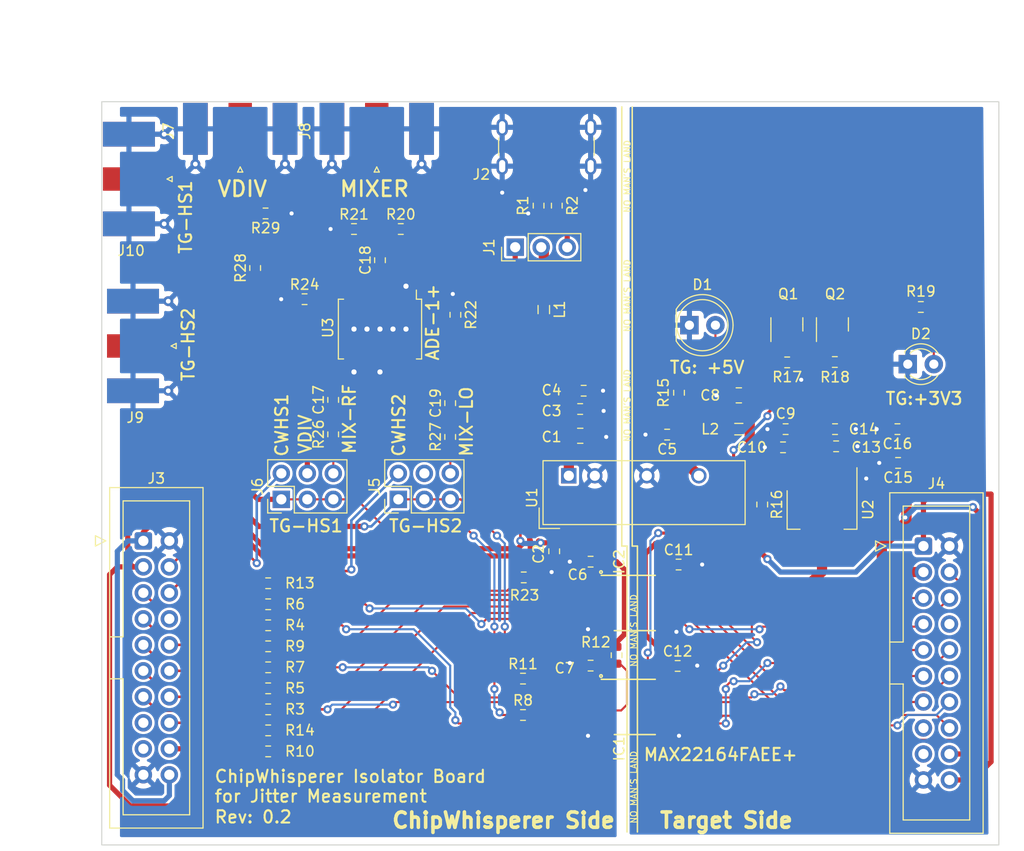
<source format=kicad_pcb>
(kicad_pcb (version 20240108) (generator "pcbnew") (generator_version "8.0")
  (layers (0 "F.Cu" signal) (31 "B.Cu" signal) (34 "B.Paste" user) (35 "F.Paste" user) (36 "B.SilkS" user "B.Silkscreen") (37 "F.SilkS" user "F.Silkscreen") (38 "B.Mask" user) (39 "F.Mask" user) (44 "Edge.Cuts" user))
  (net 0 "")
  (net 1 "Net-(U1-+Vin)")
  (net 2 "GND1")
  (net 3 "Net-(U1-+Vout)")
  (net 4 "GND2")
  (net 5 "Net-(U2-VI)")
  (net 6 "VCC")
  (net 7 "TG_+3V3")
  (net 8 "Net-(C17-Pad1)")
  (net 9 "Net-(U3-RF)")
  (net 10 "Net-(U3-IF)")
  (net 11 "Net-(J8-In)")
  (net 12 "Net-(C19-Pad1)")
  (net 13 "Net-(U3-LO)")
  (net 14 "Net-(D1-A)")
  (net 15 "Net-(D2-A)")
  (net 16 "/Isolators/CW_HS1")
  (net 17 "/Isolators/CW_nRST")
  (net 18 "/Isolators/CW_HS2")
  (net 19 "/Isolators/CW_MISO")
  (net 21 "/Isolators/CW_MOSI")
  (net 22 "/Isolators/CW_TIO1")
  (net 23 "/Isolators/CW_SCK")
  (net 24 "/Isolators/CW_TIO2")
  (net 25 "/Isolators/CW_CS")
  (net 26 "/Isolators/CW_TIO3")
  (net 28 "/Isolators/CW_TIO4")
  (net 30 "/Isolators/TG_HS1")
  (net 31 "/Isolators/TG_nRST")
  (net 32 "/Isolators/TG_HS2")
  (net 33 "/Isolators/TG_MISO")
  (net 35 "/Isolators/TG_MOSI")
  (net 36 "/Isolators/TG_TIO1")
  (net 37 "/Isolators/TG_SCK")
  (net 38 "/Isolators/TG_TIO2")
  (net 39 "/Isolators/TG_CS")
  (net 40 "/Isolators/TG_TIO3")
  (net 42 "/Isolators/TG_TIO4")
  (net 44 "Net-(J5-Pin_1)")
  (net 45 "Net-(J10-In)")
  (net 46 "Net-(J7-In)")
  (net 47 "Net-(J1-Pin_2)")
  (net 48 "Net-(Q1-D)")
  (net 49 "Net-(J2-CC2)")
  (net 50 "Net-(J2-CC1)")
  (net 51 "Net-(IC1-IN3)")
  (net 52 "Net-(IC1-OUT6)")
  (net 53 "Net-(IC2-IN3)")
  (net 54 "Net-(IC2-OUT6)")
  (net 55 "Net-(IC1-IN2)")
  (net 56 "Net-(IC1-OUT5)")
  (net 57 "Net-(IC2-IN2)")
  (net 58 "Net-(IC2-OUT5)")
  (net 59 "Net-(IC1-IN1)")
  (net 60 "Net-(IC1-IN4)")
  (net 61 "Net-(IC2-IN1)")
  (net 62 "Net-(IC2-IN4)")
  (net 63 "Net-(J1-Pin_3)")
  (net 64 "CW_+3V3")
  (net 65 "TG_EN")
  (net 66 "CW_+5V")
  (net 67 "TG_+5V")
  (net 68 "MIXER_LO")
  (net 69 "MIXER_RF")
  (net 70 "VDIV_RF")
  (footprint "Resistor_SMD:R_0603_1608Metric" (layer "F.Cu") (at 67.31 77.153 90)
    (property "Reference" "C17")
    (property "Value" "10n")
  )
  (footprint "Resistor_SMD:R_0603_1608Metric" (layer "F.Cu") (at 99.933334 80.544704 180)
    (property "Reference" "C5")
    (property "Value" "2u2")
  )
  (footprint "Resistor_SMD:R_0603_1608Metric" (layer "F.Cu") (at 60.96 107.398045)
    (property "Reference" "R3")
    (property "Value" "1R")
  )
  (footprint "Resistor_SMD:R_0603_1608Metric" (layer "F.Cu") (at 91.777629 76.254963)
    (property "Reference" "C4")
    (property "Value" "100n")
  )
  (footprint "Connector_Coaxial:SMA_Molex_73251-1153_EdgeMount_Horizontal" (layer "F.Cu") (at 71.566 52.382 -90)
    (property "Reference" "J8")
    (property "Value" "SMA")
  )
  (footprint "Resistor_SMD:R_0603_1608Metric" (layer "F.Cu") (at 60.96 105.344071)
    (property "Reference" "R5")
    (property "Value" "1R")
  )
  (footprint "Resistor_SMD:R_0603_1608Metric" (layer "F.Cu") (at 60.96 99.182149)
    (property "Reference" "R4")
    (property "Value" "1R")
  )
  (footprint "Resistor_SMD:R_0603_1608Metric" (layer "F.Cu") (at 122.491 83.312 180)
    (property "Reference" "C15")
    (property "Value" "2u2")
  )
  (footprint "Resistor_SMD:R_0603_1608Metric" (layer "F.Cu") (at 92.456 92.964 180)
    (property "Reference" "C6")
    (property "Value" "100n")
  )
  (footprint "Inductor_SMD:L_0805_2012Metric" (layer "F.Cu") (at 106.934 80.01)
    (property "Reference" "L2")
    (property "Value" "L")
  )
  (footprint "Resistor_SMD:R_0603_1608Metric" (layer "F.Cu") (at 64.516 67.31)
    (property "Reference" "R24")
    (property "Value" "DNM")
  )
  (footprint "Resistor_SMD:R_0603_1608Metric" (layer "F.Cu") (at 78.74 80.772 90)
    (property "Reference" "R27")
    (property "Value" "51R")
  )
  (footprint "Resistor_SMD:R_0603_1608Metric" (layer "F.Cu") (at 109.22 87.376 -90)
    (property "Reference" "R16")
    (property "Value" "DNM")
  )
  (footprint "Connector_Coaxial:SMA_Molex_73251-1153_EdgeMount_Horizontal" (layer "F.Cu") (at 58.228 52.382 -90)
    (property "Reference" "J7")
    (property "Value" "SMA")
  )
  (footprint "Resistor_SMD:R_0603_1608Metric" (layer "F.Cu") (at 69.342 60.452)
    (property "Reference" "R21")
    (property "Value" "DNM")
  )
  (footprint "Resistor_SMD:R_0603_1608Metric" (layer "F.Cu") (at 73.914 60.452)
    (property "Reference" "R20")
    (property "Value" "DNM")
  )
  (footprint "Resistor_SMD:R_0603_1608Metric" (layer "F.Cu") (at 124.714 68.072 180)
    (property "Reference" "R19")
    (property "Value" "1K")
  )
  (footprint "Resistor_SMD:R_0603_1608Metric" (layer "F.Cu") (at 78.74 77.47 90)
    (property "Reference" "C19")
    (property "Value" "10n")
  )
  (footprint "Resistor_SMD:R_0603_1608Metric" (layer "F.Cu") (at 79.248 68.834 90)
    (property "Reference" "R22")
    (property "Value" "DNM")
  )
  (footprint "Resistor_SMD:R_0603_1608Metric" (layer "F.Cu") (at 85.925 94.5)
    (property "Reference" "R23")
    (property "Value" "10K")
  )
  (footprint "Resistor_SMD:R_0603_1608Metric" (layer "F.Cu") (at 92.456 103.124 180)
    (property "Reference" "C7")
    (property "Value" "100n")
  )
  (footprint "Resistor_SMD:R_0603_1608Metric" (layer "F.Cu") (at 116.332 80.01)
    (property "Reference" "C14")
    (property "Value" "2u2")
  )
  (footprint "Resistor_SMD:R_0603_1608Metric" (layer "F.Cu") (at 101.092 76.454 -90)
    (property "Reference" "R15")
    (property "Value" "200R")
  )
  (footprint "Connector_Coaxial:SMA_Molex_73251-1153_EdgeMount_Horizontal" (layer "F.Cu") (at 49.08 55.564)
    (property "Reference" "J10")
    (property "Value" "SMA")
  )
  (footprint "Package_TO_SOT_SMD:SOT-23" (layer "F.Cu") (at 116.078 69.7715 90)
    (property "Reference" "Q2")
    (property "Value" "FDN340P")
  )
  (footprint "Capacitor_SMD:C_0805_2012Metric" (layer "F.Cu") (at 106.934 76.708 180)
    (property "Reference" "C8")
    (property "Value" "22u/16V")
  )
  (footprint "Resistor_SMD:R_0603_1608Metric" (layer "F.Cu") (at 111.656366 73.485621 180)
    (property "Reference" "R17")
    (property "Value" "10K")
  )
  (footprint "Resistor_SMD:R_0603_1608Metric" (layer "F.Cu") (at 60.96 103.290097)
    (property "Reference" "R7")
    (property "Value" "1R")
  )
  (footprint "Package_SO:SSOP-16_3.9x4.9mm_P0.635mm" (layer "F.Cu") (at 96.774 97.028)
    (property "Reference" "IC2")
    (property "Value" "MAX22164FAEE+T")
  )
  (footprint "Resistor_SMD:R_0603_1608Metric" (layer "F.Cu") (at 89.154 58.166 90)
    (property "Reference" "R2")
    (property "Value" "5K1")
  )
  (footprint "Connector_USB:USB_C_Receptacle_GCT_USB4125-xx-x_6P_TopMnt_Horizontal" (layer "F.Cu") (at 88.138 51.308 180)
    (property "Reference" "J2")
    (property "Value" "USB_C_Receptacle_PowerOnly_6P")
  )
  (footprint "Resistor_SMD:R_0603_1608Metric" (layer "F.Cu") (at 85.852 107.95)
    (property "Reference" "R8")
    (property "Value" "1R")
  )
  (footprint "Resistor_SMD:R_0603_1608Metric" (layer "F.Cu") (at 111.252 81.788 180)
    (property "Reference" "C10")
    (property "Value" "100n")
  )
  (footprint "Connector_IDC:IDC-Header_2x10_P2.54mm_Vertical" (layer "F.Cu") (at 48.768 90.932)
    (property "Reference" "J3")
    (property "Value" "Conn_02x10_Odd_Even")
  )
  (footprint "Resistor_SMD:R_0603_1608Metric" (layer "F.Cu") (at 60.96 109.452019)
    (property "Reference" "R14")
    (property "Value" "1R")
  )
  (footprint "LED_THT:LED_D5.0mm" (layer "F.Cu") (at 102.108 69.85)
    (property "Reference" "D1")
    (property "Value" "LED")
  )
  (footprint "Resistor_SMD:R_0603_1608Metric" (layer "F.Cu") (at 94.996 102.108 -90)
    (property "Reference" "R12")
    (property "Value" "1R")
  )
  (footprint "Resistor_SMD:R_0603_1608Metric" (layer "F.Cu") (at 87.376 58.166 90)
    (property "Reference" "R1")
    (property "Value" "5K1")
  )
  (footprint "Resistor_SMD:R_0603_1608Metric" (layer "F.Cu") (at 116.311551 73.448454)
    (property "Reference" "R18")
    (property "Value" "10K")
  )
  (footprint "Package_TO_SOT_SMD:SOT-223-3_TabPin2" (layer "F.Cu") (at 115.062 87.884 -90)
    (property "Reference" "U2")
    (property "Value" "LD1117S33TR_SOT223")
  )
  (footprint "Resistor_SMD:R_0603_1608Metric" (layer "F.Cu") (at 59.69 64.262 90)
    (property "Reference" "R28")
    (property "Value" "1K")
  )
  (footprint "Resistor_SMD:R_0603_1608Metric" (layer "F.Cu") (at 116.437392 81.6897)
    (property "Reference" "C13")
    (property "Value" "100n")
  )
  (footprint "Resistor_SMD:R_0603_1608Metric" (layer "F.Cu") (at 91.435073 78.043222)
    (property "Reference" "C3")
    (property "Value" "2u2")
  )
  (footprint "Resistor_SMD:R_0603_1608Metric" (layer "F.Cu") (at 88.9 91.948 -90)
    (property "Reference" "C2")
    (property "Value" "2u2")
  )
  (footprint "Resistor_SMD:R_0603_1608Metric" (layer "F.Cu") (at 71.882 63.5 90)
    (property "Reference" "C18")
    (property "Value" "10n")
  )
  (footprint "Resistor_SMD:R_0603_1608Metric" (layer "F.Cu") (at 60.96 111.506)
    (property "Reference" "R10")
    (property "Value" "1R")
  )
  (footprint "Resistor_SMD:R_0603_1608Metric" (layer "F.Cu") (at 67.31 80.518 90)
    (property "Reference" "R26")
    (property "Value" "51R")
  )
  (footprint "Connector_Coaxial:SMA_Molex_73251-1153_EdgeMount_Horizontal" (layer "F.Cu") (at 49.478 71.882)
    (property "Reference" "J9")
    (property "Value" "SMA")
  )
  (footprint "Converter_DCDC:Converter_DCDC_TRACO_TBA1-xxxxE_Single_THT" (layer "F.Cu") (at 90.3285 84.5675 90)
    (property "Reference" "U1")
    (property "Value" "TBA1-0511E")
  )
  (footprint "Connector_PinHeader_2.54mm:PinHeader_2x03_P2.54mm_Vertical" (layer "F.Cu") (at 73.675 86.873 90)
    (property "Reference" "J5")
    (property "Value" "Conn_02x03_Odd_Even")
  )
  (footprint "Connector_IDC:IDC-Header_2x10_P2.54mm_Vertical" (layer "F.Cu") (at 124.968 91.44)
    (property "Reference" "J4")
    (property "Value" "Conn_02x10_Odd_Even")
  )
  (footprint "Connector_PinHeader_2.54mm:PinHeader_1x03_P2.54mm_Vertical" (layer "F.Cu") (at 85.09 62.23 90)
    (property "Reference" "J1")
    (property "Value" "Conn_01x03")
  )
  (footprint "Resistor_SMD:R_0603_1608Metric" (layer "F.Cu") (at 60.96 97.128175)
    (property "Reference" "R6")
    (property "Value" "1R")
  )
  (footprint "Connector_PinHeader_2.54mm:PinHeader_2x03_P2.54mm_Vertical" (layer "F.Cu") (at 62.245 86.873 90)
    (property "Reference" "J6")
    (property "Value" "Conn_02x03_Odd_Even")
  )
  (footprint "RF_Mini-Circuits:Mini-Circuits_CD542_LandPatternPL-052" (layer "F.Cu") (at 71.882 70.231 -90)
    (property "Reference" "U3")
    (property "Value" "ADE-1+")
  )
  (footprint "LED_THT:LED_D3.0mm" (layer "F.Cu") (at 123.439 73.66)
    (property "Reference" "D2")
    (property "Value" "LED")
  )
  (footprint "Capacitor_SMD:C_0805_2012Metric" (layer "F.Cu") (at 91.444222 80.658703)
    (property "Reference" "C1")
    (property "Value" "22u/16V")
  )
  (footprint "Inductor_SMD:L_0805_2012Metric" (layer "F.Cu") (at 87.884 68.326 -90)
    (property "Reference" "L1")
    (property "Value" "L")
  )
  (footprint "Resistor_SMD:R_0603_1608Metric" (layer "F.Cu") (at 100.960882 103.155389)
    (property "Reference" "C12")
    (property "Value" "100n")
  )
  (footprint "Resistor_SMD:R_0603_1608Metric" (layer "F.Cu") (at 60.96 95.074201)
    (property "Reference" "R13")
    (property "Value" "1R")
  )
  (footprint "Resistor_SMD:R_0603_1608Metric" (layer "F.Cu") (at 122.428 80.01 180)
    (property "Reference" "C16")
    (property "Value" "100n")
  )
  (footprint "Package_TO_SOT_SMD:SOT-23" (layer "F.Cu") (at 111.628 69.7715 90)
    (property "Reference" "Q1")
    (property "Value" "BSS138")
  )
  (footprint "Resistor_SMD:R_0603_1608Metric" (layer "F.Cu") (at 101.051068 93.244663)
    (property "Reference" "C11")
    (property "Value" "100n")
  )
  (footprint "Resistor_SMD:R_0603_1608Metric" (layer "F.Cu") (at 85.852 104.394)
    (property "Reference" "R11")
    (property "Value" "1R")
  )
  (footprint "Resistor_SMD:R_0603_1608Metric" (layer "F.Cu") (at 60.706 58.928 180)
    (property "Reference" "R29")
    (property "Value" "100R")
  )
  (footprint "Resistor_SMD:R_0603_1608Metric" (layer "F.Cu") (at 111.506 80.01 180)
    (property "Reference" "C9")
    (property "Value" "2u2")
  )
  (footprint "Resistor_SMD:R_0603_1608Metric" (layer "F.Cu") (at 60.96 101.236123)
    (property "Reference" "R9")
    (property "Value" "1R")
  )
  (footprint "Package_SO:SSOP-16_3.9x4.9mm_P0.635mm" (layer "F.Cu") (at 96.774 107.188)
    (property "Reference" "IC1")
    (property "Value" "MAX22164FAEE+T")
  )
  (gr_line (start 96.012 117.856) (end 96.012 119.38) (stroke (width 0.15)) (layer "F.SilkS"))
  (gr_line (start 97.028 117.856) (end 97.028 119.38) (stroke (width 0.15)) (layer "F.SilkS"))
  (gr_line (start 96.52 91.44) (end 97.028 91.44) (stroke (width 0.15)) (layer "F.SilkS"))
  (gr_circle (center 93.472 104.14) (end 93.557273 104.231849) (stroke (width 0.15)) (fill none) (layer "F.SilkS"))
  (gr_line (start 97.028 91.44) (end 97.028 117.856) (stroke (width 0.15)) (layer "F.SilkS"))
  (gr_line (start 96.012 91.44) (end 96.012 117.856) (stroke (width 0.15)) (layer "F.SilkS"))
  (gr_line (start 96.52 48.514) (end 96.52 91.44) (stroke (width 0.15)) (layer "F.SilkS"))
  (gr_circle (center 93.472 93.98) (end 93.557273 94.071849) (stroke (width 0.15)) (fill none) (layer "F.SilkS"))
  (gr_line (start 95.504 91.44) (end 96.012 91.44) (stroke (width 0.15)) (layer "F.SilkS"))
  (gr_line (start 95.504 48.514) (end 95.504 91.44) (stroke (width 0.15)) (layer "F.SilkS"))
  (gr_rect (start 44.704 48.006) (end 132.334 120.65) (stroke (width 0.1)) (fill none) (layer "Edge.Cuts"))
  (gr_text "MIX-RF" (at 69.596 82.55 90) (layer "F.SilkS") (effects (font (size 1.2 1.2) (thickness 0.2) (bold yes)) (justify left bottom)))
  (gr_text "TG:+3V3" (at 121.158 77.724 0) (layer "F.SilkS") (effects (font (size 1.2 1.2) (thickness 0.2) (bold yes)) (justify left bottom)))
  (gr_text "NO MAN'S LAND        NO MAN'S LAND          NO MAN'S LAND" (at 96.386973 81.3167 90) (layer "F.SilkS") (effects (font (size 0.6 0.6) (thickness 0.1) (bold yes)) (justify left bottom)))
  (gr_text "TG-HS2" (at 53.848 75.438 90) (layer "F.SilkS") (effects (font (size 1.2 1.2) (thickness 0.2) (bold yes)) (justify left bottom)))
  (gr_text "Rev: 0.2" (at 55.626 118.618 0) (layer "F.SilkS") (effects (font (size 1.2 1.2) (thickness 0.2) (bold yes)) (justify left bottom)))
  (gr_text "MAX22164FAEE+\n" (at 97.536 112.522 0) (layer "F.SilkS") (effects (font (size 1.2 1.2) (thickness 0.2) (bold yes)) (justify left bottom)))
  (gr_text "MIX-LO" (at 81.026 82.804 90) (layer "F.SilkS") (effects (font (size 1.2 1.2) (thickness 0.2) (bold yes)) (justify left bottom)))
  (gr_text "TG-HS1" (at 53.594 62.992 90) (layer "F.SilkS") (effects (font (size 1.2 1.2) (thickness 0.2) (bold yes)) (justify left bottom)))
  (gr_text "TG-HS2" (at 72.644 90.17 0) (layer "F.SilkS") (effects (font (size 1.2 1.2) (thickness 0.2) (bold yes)) (justify left bottom)))
  (gr_text "ChipWhisperer Isolator Board\nfor Jitter Measurement" (at 55.626 116.586 0) (layer "F.SilkS") (effects (font (size 1.2 1.2) (thickness 0.2) (bold yes)) (justify left bottom)))
  (gr_text "VDIV" (at 65.278 82.55 90) (layer "F.SilkS") (effects (font (size 1.2 1.2) (thickness 0.2) (bold yes)) (justify left bottom)))
  (gr_text "TG-HS1" (at 60.96 90.17 0) (layer "F.SilkS") (effects (font (size 1.2 1.2) (thickness 0.2) (bold yes)) (justify left bottom)))
  (gr_text "Target Side" (at 99.06 119.126 0) (layer "F.SilkS") (effects (font (size 1.5 1.5) (thickness 0.35) (bold yes)) (justify left bottom)))
  (gr_text "ADE-1+" (at 77.724 73.406 90) (layer "F.SilkS") (effects (font (size 1.2 1.2) (thickness 0.2) (bold yes)) (justify left bottom)))
  (gr_text "ChipWhisperer Side" (at 72.898 119.126 0) (layer "F.SilkS") (effects (font (size 1.5 1.5) (thickness 0.35) (bold yes)) (justify left bottom)))
  (gr_text "CWHS1" (at 62.992 82.804 90) (layer "F.SilkS") (effects (font (size 1.2 1.2) (thickness 0.2) (bold yes)) (justify left bottom)))
  (gr_text "VDIV" (at 55.88 57.404 0) (layer "F.SilkS") (effects (font (size 1.5 1.5) (thickness 0.25) (bold yes)) (justify left bottom)))
  (gr_text "NO MAN'S LAND                  NO MAN'S LAND" (at 97.028 118.618 90) (layer "F.SilkS") (effects (font (size 0.6 0.6) (thickness 0.1) (bold yes)) (justify left bottom)))
  (gr_text "TG: +5V" (at 100.076 74.676 0) (layer "F.SilkS") (effects (font (size 1.2 1.2) (thickness 0.2) (bold yes)) (justify left bottom)))
  (gr_text "CWHS2" (at 74.422 82.804 90) (layer "F.SilkS") (effects (font (size 1.2 1.2) (thickness 0.2) (bold yes)) (justify left bottom)))
  (gr_text "MIXER" (at 67.818 57.404 0) (layer "F.SilkS") (effects (font (size 1.5 1.5) (thickness 0.25) (bold yes)) (justify left bottom)))
  (segment (start 90.3285 73.8185) (end 87.884 71.374) (width 1) (layer "F.Cu") (net 1))
  (segment (start 90.3285 84.5675) (end 90.3285 73.8185) (width 1) (layer "F.Cu") (net 1))
  (segment (start 87.884 71.374) (end 87.884 69.3885) (width 1) (layer "F.Cu") (net 1))
  (segment (start 89.154 58.991) (end 86.423 58.991) (width 0.25) (layer "F.Cu") (net 2))
  (segment (start 92.260073 78.043222) (end 93.537222 78.043222) (width 0.508) (layer "F.Cu") (net 2))
  (segment (start 85.388 54.388) (end 85.388 55.328) (width 0.508) (layer "F.Cu") (net 2))
  (segment (start 86.423 58.991) (end 86.36 58.928) (width 0.25) (layer "F.Cu") (net 2))
  (segment (start 79.248 67.056) (end 78.994 66.802) (width 0.508) (layer "F.Cu") (net 2))
  (segment (start 92.7735 109.4105) (end 92.202 109.982) (width 0.3048) (layer "F.Cu") (net 2))
  (segment (start 92.5195 99.2505) (end 92.202 99.568) (width 0.3048) (layer "F.Cu") (net 2))
  (segment (start 93.726 76.2) (end 93.671037 76.254963) (width 0.508) (layer "F.Cu") (net 2))
  (segment (start 90.424 103.124) (end 90.424 102.87) (width 0.508) (layer "F.Cu") (net 2))
  (segment (start 88.9 93.726) (end 88.646 93.98) (width 0.508) (layer "F.Cu") (net 2))
  (segment (start 91.631 92.964) (end 90.424 92.964) (width 0.508) (layer "F.Cu") (net 2))
  (segment (start 85.388 55.328) (end 83.82 56.896) (width 0.508) (layer "F.Cu") (net 2))
  (segment (start 93.866703 80.658703) (end 93.98 80.772) (width 0.508) (layer "F.Cu") (net 2))
  (segment (start 92.602629 76.254963) (end 93.671037 76.254963) (width 0.508) (layer "F.Cu") (net 2))
  (segment (start 94.174 109.4105) (end 92.7735 109.4105) (width 0.3048) (layer "F.Cu") (net 2))
  (segment (start 93.537222 78.043222) (end 93.726 78.232) (width 0.508) (layer "F.Cu") (net 2))
  (segment (start 79.248 68.009) (end 79.248 67.056) (width 0.508) (layer "F.Cu") (net 2))
  (segment (start 90.888 54.388) (end 90.888 55.582) (width 0.508) (layer "F.Cu") (net 2))
  (segment (start 91.631 103.124) (end 90.424 103.124) (width 0.508) (layer "F.Cu") (net 2))
  (segment (start 63.691 67.31) (end 62.23 67.31) (width 0.508) (layer "F.Cu") (net 2))
  (segment (start 94.174 99.2505) (end 92.5195 99.2505) (width 0.3048) (layer "F.Cu") (net 2))
  (segment (start 90.888 55.582) (end 91.948 56.642) (width 0.508) (layer "F.Cu") (net 2))
  (segment (start 61.531 58.928) (end 63.246 58.928) (width 0.508) (layer "F.Cu") (net 2))
  (segment (start 88.9 92.773) (end 88.9 93.726) (width 0.508) (layer "F.Cu") (net 2))
  (segment (start 92.394222 80.658703) (end 93.866703 80.658703) (width 0.508) (layer "F.Cu") (net 2))
  (segment (start 68.517 60.452) (end 67.056 60.452) (width 0.508) (layer "F.Cu") (net 2))
  (via (at 92.202 99.568) (size 0.8) (drill 0.4) (layers "F.Cu" "B.Cu") (net 2))
  (via (at 83.82 56.896) (size 0.8) (drill 0.4) (layers "F.Cu" "B.Cu") (net 2))
  (via (at 91.948 56.642) (size 0.8) (drill 0.4) (layers "F.Cu" "B.Cu") (net 2))
  (via (at 93.726 78.232) (size 0.8) (drill 0.4) (layers "F.Cu" "B.Cu") (net 2))
  (via (at 93.98 80.772) (size 0.8) (drill 0.4) (layers "F.Cu" "B.Cu") (net 2))
  (via (at 62.23 67.31) (size 0.8) (drill 0.4) (layers "F.Cu" "B.Cu") (net 2))
  (via (at 93.671037 76.254963) (size 0.8) (drill 0.4) (layers "F.Cu" "B.Cu") (net 2))
  (via (at 78.994 66.802) (size 0.8) (drill 0.4) (layers "F.Cu" "B.Cu") (net 2))
  (via (at 88.646 93.98) (size 0.8) (drill 0.4) (layers "F.Cu" "B.Cu") (net 2))
  (via (at 67.056 60.452) (size 0.8) (drill 0.4) (layers "F.Cu" "B.Cu") (net 2))
  (via (at 92.202 109.982) (size 0.8) (drill 0.4) (layers "F.Cu" "B.Cu") (net 2))
  (via (at 63.246 58.928) (size 0.8) (drill 0.4) (layers "F.Cu" "B.Cu") (net 2))
  (via (at 90.424 102.87) (size 0.8) (drill 0.4) (layers "F.Cu" "B.Cu") (net 2))
  (via (at 90.424 92.964) (size 0.8) (drill 0.4) (layers "F.Cu" "B.Cu") (net 2))
  (via (at 86.36 58.928) (size 0.8) (drill 0.4) (layers "F.Cu" "B.Cu") (net 2))
  (segment (start 101.092 77.279) (end 101.092 79.808962) (width 0.2032) (layer "F.Cu") (net 3))
  (segment (start 103.0285 84.5675) (end 101.265 82.804) (width 1) (layer "F.Cu") (net 3))
  (segment (start 105.8715 80.01) (end 101.293038 80.01) (width 1) (layer "F.Cu") (net 3))
  (segment (start 101.092 82.804) (end 100.758334 82.470334) (width 1) (layer "F.Cu") (net 3))
  (segment (start 101.092 79.808962) (end 101.293038 80.01) (width 0.2032) (layer "F.Cu") (net 3))
  (segment (start 101.293038 80.01) (end 100.758334 80.544704) (width 1) (layer "F.Cu") (net 3))
  (segment (start 100.758334 82.470334) (end 100.758334 80.544704) (width 1) (layer "F.Cu") (net 3))
  (segment (start 101.265 82.804) (end 101.092 82.804) (width 1) (layer "F.Cu") (net 3))
  (segment (start 119.278 84.734) (end 119.38 84.836) (width 0.508) (layer "F.Cu") (net 4))
  (segment (start 104.741738 76.708) (end 104.73485 76.714888) (width 0.508) (layer "F.Cu") (net 4))
  (segment (start 103.378 93.218) (end 103.351337 93.244663) (width 0.508) (layer "F.Cu") (net 4))
  (segment (start 100.5205 109.4105) (end 101.092 109.982) (width 0.3048) (layer "F.Cu") (net 4))
  (segment (start 101.785882 103.155389) (end 102.838611 103.155389) (width 0.508) (layer "F.Cu") (net 4))
  (segment (start 117.262392 81.6897) (end 118.5197 81.6897) (width 0.508) (layer "F.Cu") (net 4))
  (segment (start 102.838611 103.155389) (end 102.87 103.124) (width 0.508) (layer "F.Cu") (net 4))
  (segment (start 105.984 76.708) (end 104.741738 76.708) (width 0.508) (layer "F.Cu") (net 4))
  (segment (start 117.157 80.01) (end 118.364 80.01) (width 0.508) (layer "F.Cu") (net 4))
  (segment (start 110.681 80.01) (end 109.728 80.01) (width 0.508) (layer "F.Cu") (net 4))
  (segment (start 99.374 99.2505) (end 100.2665 99.2505) (width 0.3048) (layer "F.Cu") (net 4))
  (segment (start 99.374 109.4105) (end 100.5205 109.4105) (width 0.3048) (layer "F.Cu") (net 4))
  (segment (start 97.79 80.518) (end 97.816704 80.544704) (width 0.508) (layer "F.Cu") (net 4))
  (segment (start 118.618 81.788) (end 118.5197 81.6897) (width 0.508) (layer "F.Cu") (net 4))
  (segment (start 112.578 70.709) (end 112.578 74.732) (width 0.508) (layer "F.Cu") (net 4))
  (segment (start 117.362 84.734) (end 119.278 84.734) (width 0.508) (layer "F.Cu") (net 4))
  (segment (start 99.108334 80.544704) (end 97.816704 80.544704) (width 0.508) (layer "F.Cu") (net 4))
  (segment (start 121.603 80.01) (end 120.396 80.01) (width 0.508) (layer "F.Cu") (net 4))
  (segment (start 101.876068 93.244663) (end 103.351337 93.244663) (width 0.508) (layer "F.Cu") (net 4))
  (segment (start 110.427 81.788) (end 109.474 81.788) (width 0.508) (layer "F.Cu") (net 4))
  (segment (start 100.2665 99.2505) (end 100.838 99.822) (width 0.3048) (layer "F.Cu") (net 4))
  (segment (start 112.578 74.732) (end 113.03 75.184) (width 0.508) (layer "F.Cu") (net 4))
  (segment (start 121.666 83.312) (end 120.65 83.312) (width 0.508) (layer "F.Cu") (net 4))
  (via (at 100.838 99.822) (size 0.8) (drill 0.4) (layers "F.Cu" "B.Cu") (net 4))
  (via (at 97.816704 80.544704) (size 0.8) (drill 0.4) (layers "F.Cu" "B.Cu") (net 4))
  (via (at 118.5197 81.6897) (size 0.8) (drill 0.4) (layers "F.Cu" "B.Cu") (net 4))
  (via (at 118.364 80.01) (size 0.8) (drill 0.4) (layers "F.Cu" "B.Cu") (net 4))
  (via (at 120.65 83.312) (size 0.8) (drill 0.4) (layers "F.Cu" "B.Cu") (net 4))
  (via (at 102.87 103.124) (size 0.8) (drill 0.4) (layers "F.Cu" "B.Cu") (net 4))
  (via (at 109.474 81.788) (size 0.8) (drill 0.4) (layers "F.Cu" "B.Cu") (net 4))
  (via (at 120.396 80.01) (size 0.8) (drill 0.4) (layers "F.Cu" "B.Cu") (net 4))
  (via (at 119.38 84.836) (size 0.8) (drill 0.4) (layers "F.Cu" "B.Cu") (net 4))
  (via (at 101.092 109.982) (size 0.8) (drill 0.4) (layers "F.Cu" "B.Cu") (net 4))
  (via (at 113.03 75.184) (size 0.8) (drill 0.4) (layers "F.Cu" "B.Cu") (net 4))
  (via (at 109.728 80.01) (size 0.8) (drill 0.4) (layers "F.Cu" "B.Cu") (net 4))
  (via (at 103.351337 93.244663) (size 0.8) (drill 0.4) (layers "F.Cu" "B.Cu") (net 4))
  (via (at 104.73485 76.714888) (size 0.8) (drill 0.4) (layers "F.Cu" "B.Cu") (net 4))
  (segment (start 107.9965 76.8205) (end 107.884 76.708) (width 1) (layer "F.Cu") (net 5))
  (segment (start 112.331 84.303) (end 112.762 84.734) (width 0.508) (layer "F.Cu") (net 5))
  (segment (start 112.762 84.734) (end 109.372 84.734) (width 1) (layer "F.Cu") (net 5))
  (segment (start 107.9965 80.01) (end 107.9965 76.8205) (width 1) (layer "F.Cu") (net 5))
  (segment (start 107.9965 83.3585) (end 107.9965 80.01) (width 1) (layer "F.Cu") (net 5))
  (segment (start 109.22 86.551) (end 109.22 84.886) (width 0.508) (layer "F.Cu") (net 5))
  (segment (start 109.372 84.734) (end 107.9965 83.3585) (width 1) (layer "F.Cu") (net 5))
  (segment (start 112.331 80.01) (end 112.331 84.303) (width 0.508) (layer "F.Cu") (net 5))
  (segment (start 109.22 84.886) (end 109.372 84.734) (width 0.508) (layer "F.Cu") (net 5))
  (segment (start 100.226068 93.244663) (end 100.226068 91.543932) (width 0.508) (layer "F.Cu") (net 6))
  (segment (start 115.062 91.034) (end 115.062 84.376) (width 0.508) (layer "F.Cu") (net 6))
  (segment (start 99.06 103.155389) (end 99.06 101.346) (width 0.508) (layer "F.Cu") (net 6))
  (segment (start 104.394 91.186) (end 108.458 95.25) (width 1) (layer "F.Cu") (net 6))
  (segment (start 99.374 104.9655) (end 99.374 103.917271) (width 0.3048) (layer "F.Cu") (net 6))
  (segment (start 100.226068 91.543932) (end 100.584 91.186) (width 0.508) (layer "F.Cu") (net 6))
  (segment (start 115.507 83.931) (end 115.507 80.01) (width 0.508) (layer "F.Cu") (net 6))
  (segment (start 115.062 77.978) (end 117.028 76.012) (width 1) (layer "F.Cu") (net 6))
  (segment (start 99.06 101.346) (end 97.79 100.076) (width 0.508) (layer "F.Cu") (net 6))
  (segment (start 99.06 103.155389) (end 100.135882 103.155389) (width 0.508) (layer "F.Cu") (net 6))
  (segment (start 100.226068 93.244663) (end 99.795337 93.244663) (width 0.3048) (layer "F.Cu") (net 6))
  (segment (start 99.374 103.917271) (end 100.135882 103.155389) (width 0.3048) (layer "F.Cu") (net 6))
  (segment (start 115.062 84.376) (end 115.507 83.931) (width 0.508) (layer "F.Cu") (net 6))
  (segment (start 99.374 93.786) (end 99.374 94.8055) (width 0.3048) (layer "F.Cu") (net 6))
  (segment (start 99.795337 93.244663) (end 99.314 93.726) (width 0.3048) (layer "F.Cu") (net 6))
  (segment (start 98.806 91.186) (end 97.79 92.202) (width 0.508) (layer "F.Cu") (net 6))
  (segment (start 108.458 95.25) (end 113.75 95.25) (width 1) (layer "F.Cu") (net 6))
  (segment (start 115.062 93.938) (end 115.062 91.034) (width 1) (layer "F.Cu") (net 6))
  (segment (start 97.79 92.202) (end 97.79 100.076) (width 0.508) (layer "F.Cu") (net 6))
  (segment (start 100.584 91.186) (end 98.806 91.186) (width 0.508) (layer "F.Cu") (net 6))
  (segment (start 115.062 84.734) (end 115.062 77.978) (width 1) (layer "F.Cu") (net 6))
  (segment (start 99.314 93.726) (end 99.374 93.786) (width 0.3048) (layer "F.Cu") (net 6))
  (segment (start 113.75 95.25) (end 115.062 93.938) (width 1) (layer "F.Cu") (net 6))
  (segment (start 117.028 76.012) (end 117.028 70.709) (width 1) (layer "F.Cu") (net 6))
  (segment (start 100.584 91.186) (end 104.394 91.186) (width 1) (layer "F.Cu") (net 6))
  (segment (start 120.65 68.072) (end 120.65 75.438) (width 1) (layer "F.Cu") (net 7))
  (segment (start 120.65 75.438) (end 123.316 78.104) (width 1) (layer "F.Cu") (net 7))
  (segment (start 123.316 78.104) (end 123.316 83.312) (width 1) (layer "F.Cu") (net 7))
  (segment (start 120.904 91.44) (end 123.316 89.028) (width 1) (layer "F.Cu") (net 7))
  (segment (start 130.556 111.252) (end 130.556 88.392) (width 0.508) (layer "F.Cu") (net 7))
  (segment (start 121.412 93.98) (end 120.904 93.472) (width 1) (layer "F.Cu") (net 7))
  (segment (start 124.968 93.98) (end 121.412 93.98) (width 1) (layer "F.Cu") (net 7))
  (segment (start 130.556 88.392) (end 129.794 87.63) (width 0.508) (layer "F.Cu") (net 7))
  (segment (start 130.048 111.76) (end 130.556 111.252) (width 0.508) (layer "F.Cu") (net 7))
  (segment (start 127.508 111.76) (end 130.048 111.76) (width 0.508) (layer "F.Cu") (net 7))
  (segment (start 123.316 83.312) (end 123.316 89.028) (width 1) (layer "F.Cu") (net 7))
  (segment (start 116.84 68.072) (end 120.65 68.072) (width 1) (layer "F.Cu") (net 7))
  (segment (start 116.078 68.834) (end 116.84 68.072) (width 1) (layer "F.Cu") (net 7))
  (segment (start 120.904 91.44) (end 120.904 93.472) (width 1) (layer "F.Cu") (net 7))
  (segment (start 120.65 68.072) (end 123.889 68.072) (width 1) (layer "F.Cu") (net 7))
  (via (at 123.19 88.646) (size 0.8) (drill 0.4) (layers "F.Cu" "B.Cu") (net 7))
  (via (at 129.794 87.63) (size 0.8) (drill 0.4) (layers "F.Cu" "B.Cu") (net 7))
  (segment (start 129.794 87.63) (end 124.206 87.63) (width 0.508) (layer "B.Cu") (net 7))
  (segment (start 124.206 87.63) (end 123.19 88.646) (width 0.508) (layer "B.Cu") (net 7))
  (segment (start 67.31 79.693) (end 67.31 77.978) (width 0.508) (layer "F.Cu") (net 8))
  (segment (start 67.818 67.31) (end 68.072 67.564) (width 0.508) (layer "F.Cu") (net 9))
  (segment (start 65.341 67.31) (end 67.818 67.31) (width 0.508) (layer "F.Cu") (net 9))
  (segment (start 68.072 67.564) (end 68.199 67.691) (width 0.508) (layer "F.Cu") (net 9))
  (segment (start 68.199 67.691) (end 69.342 67.691) (width 0.508) (layer "F.Cu") (net 9))
  (segment (start 67.31 76.328) (end 67.31 68.326) (width 0.508) (layer "F.Cu") (net 9))
  (segment (start 67.31 68.326) (end 68.072 67.564) (width 0.508) (layer "F.Cu") (net 9))
  (segment (start 71.882 67.691) (end 71.882 64.325) (width 0.508) (layer "F.Cu") (net 10))
  (segment (start 71.882 50.978) (end 71.566 50.662) (width 0.508) (layer "F.Cu") (net 11))
  (segment (start 71.882 62.675) (end 71.882 50.978) (width 0.508) (layer "F.Cu") (net 11))
  (segment (start 73.089 60.452) (end 70.167 60.452) (width 0.508) (layer "F.Cu") (net 11))
  (segment (start 78.74 79.947) (end 78.74 78.295) (width 0.508) (layer "F.Cu") (net 12))
  (segment (start 78.74 76.645) (end 78.74 73.914) (width 0.508) (layer "F.Cu") (net 13))
  (segment (start 79.248 71.12) (end 77.597 72.771) (width 0.508) (layer "F.Cu") (net 13))
  (segment (start 79.248 69.659) (end 79.248 71.12) (width 0.508) (layer "F.Cu") (net 13))
  (segment (start 78.74 73.914) (end 77.597 72.771) (width 0.508) (layer "F.Cu") (net 13))
  (segment (start 77.597 72.771) (end 74.422 72.771) (width 0.508) (layer "F.Cu") (net 13))
  (segment (start 104.394 73.66) (end 104.648 73.406) (width 0.2032) (layer "F.Cu") (net 14))
  (segment (start 104.648 73.406) (end 104.648 69.85) (width 0.2032) (layer "F.Cu") (net 14))
  (segment (start 101.854 73.66) (end 104.394 73.66) (width 0.2032) (layer "F.Cu") (net 14))
  (segment (start 101.092 74.422) (end 101.854 73.66) (width 0.2032) (layer "F.Cu") (net 14))
  (segment (start 101.092 75.629) (end 101.092 74.422) (width 0.2032) (layer "F.Cu") (net 14))
  (segment (start 125.979 73.66) (end 125.979 68.512) (width 0.2032) (layer "F.Cu") (net 15))
  (segment (start 125.979 68.512) (end 125.539 68.072) (width 0.2032) (layer "F.Cu") (net 15))
  (segment (start 52.236 92.544) (end 59.283435 92.544) (width 0.25) (layer "F.Cu") (net 16))
  (segment (start 59.283435 92.544) (end 59.84459 93.105155) (width 0.25) (layer "F.Cu") (net 16))
  (segment (start 51.308 93.472) (end 52.236 92.544) (width 0.25) (layer "F.Cu") (net 16))
  (via (at 59.84459 93.105155) (size 0.8) (drill 0.4) (layers "F.Cu" "B.Cu") (net 16))
  (segment (start 62.245 84.333) (end 59.84459 86.73341) (width 0.25) (layer "B.Cu") (net 16))
  (segment (start 59.84459 86.73341) (end 59.84459 93.105155) (width 0.25) (layer "B.Cu") (net 16))
  (segment (start 52.832 97.282) (end 55.039799 95.074201) (width 0.25) (layer "F.Cu") (net 17))
  (segment (start 50.038 97.282) (end 52.832 97.282) (width 0.25) (layer "F.Cu") (net 17))
  (segment (start 48.768 96.012) (end 50.038 97.282) (width 0.25) (layer "F.Cu") (net 17))
  (segment (start 55.039799 95.074201) (end 60.135 95.074201) (width 0.25) (layer "F.Cu") (net 17))
  (segment (start 53.439845 93.880155) (end 68.933845 93.880155) (width 0.25) (layer "F.Cu") (net 18))
  (segment (start 51.308 96.012) (end 53.439845 93.880155) (width 0.25) (layer "F.Cu") (net 18))
  (segment (start 68.933845 93.880155) (end 69.088 93.726) (width 0.25) (layer "F.Cu") (net 18))
  (via (at 69.088 93.726) (size 0.8) (drill 0.4) (layers "F.Cu" "B.Cu") (net 18))
  (segment (start 73.675 84.333) (end 69.088 88.92) (width 0.25) (layer "B.Cu") (net 18))
  (segment (start 69.088 88.92) (end 69.088 93.726) (width 0.25) (layer "B.Cu") (net 18))
  (segment (start 53.086 99.822) (end 50.038 99.822) (width 0.25) (layer "F.Cu") (net 19))
  (segment (start 50.038 99.822) (end 48.768 98.552) (width 0.25) (layer "F.Cu") (net 19))
  (segment (start 55.779825 97.128175) (end 53.086 99.822) (width 0.25) (layer "F.Cu") (net 19))
  (segment (start 60.135 97.128175) (end 55.779825 97.128175) (width 0.25) (layer "F.Cu") (net 19))
  (segment (start 53.848 102.362) (end 50.038 102.362) (width 0.25) (layer "F.Cu") (net 21))
  (segment (start 50.038 102.362) (end 48.768 101.092) (width 0.25) (layer "F.Cu") (net 21))
  (segment (start 54.973877 101.236123) (end 53.848 102.362) (width 0.25) (layer "F.Cu") (net 21))
  (segment (start 60.135 101.236123) (end 54.973877 101.236123) (width 0.25) (layer "F.Cu") (net 21))
  (segment (start 55.249851 99.182149) (end 53.34 101.092) (width 0.25) (layer "F.Cu") (net 22))
  (segment (start 60.135 99.182149) (end 55.249851 99.182149) (width 0.25) (layer "F.Cu") (net 22))
  (segment (start 53.34 101.092) (end 51.308 101.092) (width 0.25) (layer "F.Cu") (net 22))
  (segment (start 50.038 104.902) (end 48.768 103.632) (width 0.25) (layer "F.Cu") (net 23))
  (segment (start 52.578 104.902) (end 50.038 104.902) (width 0.25) (layer "F.Cu") (net 23))
  (segment (start 60.135 105.344071) (end 53.020071 105.344071) (width 0.25) (layer "F.Cu") (net 23))
  (segment (start 53.020071 105.344071) (end 52.578 104.902) (width 0.25) (layer "F.Cu") (net 23))
  (segment (start 54.61 103.632) (end 51.308 103.632) (width 0.25) (layer "F.Cu") (net 24))
  (segment (start 54.951903 103.290097) (end 54.61 103.632) (width 0.25) (layer "F.Cu") (net 24))
  (segment (start 60.135 103.290097) (end 54.951903 103.290097) (width 0.25) (layer "F.Cu") (net 24))
  (segment (start 55.721 107.537) (end 50.133 107.537) (width 0.25) (layer "F.Cu") (net 25))
  (segment (start 60.135 109.452019) (end 57.636019 109.452019) (width 0.25) (layer "F.Cu") (net 25))
  (segment (start 57.636019 109.452019) (end 55.721 107.537) (width 0.25) (layer "F.Cu") (net 25))
  (segment (start 50.133 107.537) (end 48.768 106.172) (width 0.25) (layer "F.Cu") (net 25))
  (segment (start 60.135 107.398045) (end 57.106045 107.398045) (width 0.25) (layer "F.Cu") (net 26))
  (segment (start 55.88 106.172) (end 51.308 106.172) (width 0.25) (layer "F.Cu") (net 26))
  (segment (start 57.106045 107.398045) (end 55.88 106.172) (width 0.25) (layer "F.Cu") (net 26))
  (segment (start 58.166 111.506) (end 55.372 108.712) (width 0.25) (layer "F.Cu") (net 28))
  (segment (start 55.372 108.712) (end 51.308 108.712) (width 0.25) (layer "F.Cu") (net 28))
  (segment (start 60.135 111.506) (end 58.166 111.506) (width 0.25) (layer "F.Cu") (net 28))
  (segment (start 99.374 108.1405) (end 99.4271 108.1936) (width 0.2032) (layer "F.Cu") (net 30))
  (segment (start 128.6424 110.3716) (end 129.54 109.474) (width 0.2032) (layer "F.Cu") (net 30))
  (segment (start 99.4271 108.1936) (end 105.182977 108.1936) (width 0.2032) (layer "F.Cu") (net 30))
  (segment (start 129.54 109.474) (end 129.54 96.012) (width 0.2032) (layer "F.Cu") (net 30))
  (segment (start 129.54 96.012) (end 127.508 93.98) (width 0.2032) (layer "F.Cu") (net 30))
  (segment (start 105.182977 108.1936) (end 105.352677 108.0239) (width 0.2032) (layer "F.Cu") (net 30))
  (segment (start 107.7699 108.0239) (end 110.1176 110.3716) (width 0.2032) (layer "F.Cu") (net 30))
  (segment (start 110.1176 110.3716) (end 128.6424 110.3716) (width 0.2032) (layer "F.Cu") (net 30))
  (segment (start 105.352677 108.0239) (end 107.7699 108.0239) (width 0.2032) (layer "F.Cu") (net 30))
  (segment (start 104.902 96.52) (end 103.8225 95.4405) (width 0.2032) (layer "F.Cu") (net 31))
  (segment (start 124.968 96.52) (end 104.902 96.52) (width 0.2032) (layer "F.Cu") (net 31))
  (segment (start 103.8225 95.4405) (end 99.374 95.4405) (width 0.2032) (layer "F.Cu") (net 31))
  (segment (start 108.204 98.552) (end 108.204 100.33) (width 0.2032) (layer "F.Cu") (net 32))
  (segment (start 108.8984 97.8576) (end 108.204 98.552) (width 0.2032) (layer "F.Cu") (net 32))
  (segment (start 127.508 96.52) (end 126.1704 97.8576) (width 0.2032) (layer "F.Cu") (net 32))
  (segment (start 126.1704 97.8576) (end 108.8984 97.8576) (width 0.2032) (layer "F.Cu") (net 32))
  (segment (start 102.9335 105.6005) (end 105.41 103.124) (width 0.2032) (layer "F.Cu") (net 32))
  (segment (start 108.204 100.33) (end 108.712 100.838) (width 0.2032) (layer "F.Cu") (net 32))
  (segment (start 99.374 105.6005) (end 102.9335 105.6005) (width 0.2032) (layer "F.Cu") (net 32))
  (via (at 108.712 100.838) (size 0.8) (drill 0.4) (layers "F.Cu" "B.Cu") (net 32))
  (via (at 105.41 103.124) (size 0.8) (drill 0.4) (layers "F.Cu" "B.Cu") (net 32))
  (segment (start 108.712 100.838) (end 107.696 100.838) (width 0.2032) (layer "B.Cu") (net 32))
  (segment (start 107.696 100.838) (end 105.41 103.124) (width 0.2032) (layer "B.Cu") (net 32))
  (segment (start 124.968 99.314) (end 109.2096 99.314) (width 0.2032) (layer "F.Cu") (net 33))
  (segment (start 101.1555 98.6155) (end 102.108 99.568) (width 0.2032) (layer "F.Cu") (net 33))
  (segment (start 99.374 98.6155) (end 101.1555 98.6155) (width 0.2032) (layer "F.Cu") (net 33))
  (segment (start 109.2096 99.314) (end 108.9556 99.568) (width 0.2032) (layer "F.Cu") (net 33))
  (segment (start 124.968 99.06) (end 124.968 99.314) (width 0.2032) (layer "F.Cu") (net 33))
  (via (at 102.108 99.568) (size 0.8) (drill 0.4) (layers "F.Cu" "B.Cu") (net 33))
  (via (at 108.9556 99.568) (size 0.8) (drill 0.4) (layers "F.Cu" "B.Cu") (net 33))
  (segment (start 102.108 99.568) (end 108.9556 99.568) (width 0.2032) (layer "B.Cu") (net 33))
  (segment (start 108.458 101.6) (end 124.968 101.6) (width 0.2032) (layer "F.Cu") (net 35))
  (segment (start 102.9335 96.0755) (end 108.458 101.6) (width 0.2032) (layer "F.Cu") (net 35))
  (segment (start 99.374 96.0755) (end 102.9335 96.0755) (width 0.2032) (layer "F.Cu") (net 35))
  (segment (start 109.728 102.87) (end 126.238 102.87) (width 0.2032) (layer "F.Cu") (net 36))
  (segment (start 99.374 108.7755) (end 105.664 108.7755) (width 0.2032) (layer "F.Cu") (net 36))
  (segment (start 105.664 105.664) (end 105.664 105.41) (width 0.2032) (layer "F.Cu") (net 36))
  (segment (start 106.172 104.648) (end 105.664 105.156) (width 0.2032) (layer "F.Cu") (net 36))
  (segment (start 106.426 104.648) (end 106.172 104.648) (width 0.2032) (layer "F.Cu") (net 36))
  (segment (start 127.508 101.6) (end 126.238 102.87) (width 0.2032) (layer "F.Cu") (net 36))
  (via (at 105.664 108.7755) (size 0.8) (drill 0.4) (layers "F.Cu" "B.Cu") (net 36))
  (via (at 109.728 102.87) (size 0.8) (drill 0.4) (layers "F.Cu" "B.Cu") (net 36))
  (via (at 105.664 105.41) (size 0.8) (drill 0.4) (layers "F.Cu" "B.Cu") (net 36))
  (via (at 106.426 104.648) (size 0.8) (drill 0.4) (layers "F.Cu" "B.Cu") (net 36))
  (segment (start 105.664 105.41) (end 105.664 108.7755) (width 0.2032) (layer "B.Cu") (net 36))
  (segment (start 109.728 102.87) (end 107.95 104.648) (width 0.2032) (layer "B.Cu") (net 36))
  (segment (start 107.95 104.648) (end 106.426 104.648) (width 0.2032) (layer "B.Cu") (net 36))
  (segment (start 102.5525 96.7105) (end 109.982 104.14) (width 0.2032) (layer "F.Cu") (net 37))
  (segment (start 99.374 96.7105) (end 102.5525 96.7105) (width 0.2032) (layer "F.Cu") (net 37))
  (segment (start 109.982 104.14) (end 124.968 104.14) (width 0.2032) (layer "F.Cu") (net 37))
  (segment (start 127.508 104.14) (end 126.1196 105.5284) (width 0.2032) (layer "F.Cu") (net 38))
  (segment (start 126.1196 105.5284) (end 111.3704 105.5284) (width 0.2032) (layer "F.Cu") (net 38))
  (segment (start 111.3704 105.5284) (end 110.998 105.156) (width 0.2032) (layer "F.Cu") (net 38))
  (segment (start 99.374 106.2355) (end 108.1405 106.2355) (width 0.2032) (layer "F.Cu") (net 38))
  (segment (start 108.1405 106.2355) (end 108.458 105.918) (width 0.2032) (layer "F.Cu") (net 38))
  (via (at 108.458 105.918) (size 0.8) (drill 0.4) (layers "F.Cu" "B.Cu") (net 38))
  (via (at 110.998 105.156) (size 0.8) (drill 0.4) (layers "F.Cu" "B.Cu") (net 38))
  (segment (start 110.236 105.918) (end 108.458 105.918) (width 0.2032) (layer "B.Cu") (net 38))
  (segment (start 110.998 105.156) (end 110.236 105.918) (width 0.2032) (layer "B.Cu") (net 38))
  (segment (start 99.374 97.3455) (end 101.9175 97.3455) (width 0.2032) (layer "F.Cu") (net 39))
  (segment (start 101.9175 97.3455) (end 111.252 106.68) (width 0.2032) (layer "F.Cu") (net 39))
  (segment (start 111.252 106.68) (end 124.968 106.68) (width 0.2032) (layer "F.Cu") (net 39))
  (segment (start 110.49 108.966) (end 122.428 108.966) (width 0.2032) (layer "F.Cu") (net 40))
  (segment (start 103.574677 106.6904) (end 108.2144 106.6904) (width 0.2032) (layer "F.Cu") (net 40))
  (segment (start 108.2144 106.6904) (end 110.49 108.966) (width 0.2032) (layer "F.Cu") (net 40))
  (segment (start 99.374 106.8705) (end 103.394577 106.8705) (width 0.2032) (layer "F.Cu") (net 40))
  (segment (start 103.394577 106.8705) (end 103.574677 106.6904) (width 0.2032) (layer "F.Cu") (net 40))
  (via (at 122.428 108.966) (size 0.8) (drill 0.4) (layers "F.Cu" "B.Cu") (net 40))
  (segment (start 126.238 107.95) (end 123.444 107.95) (width 0.2032) (layer "B.Cu") (net 40))
  (segment (start 127.508 106.68) (end 126.238 107.95) (width 0.2032) (layer "B.Cu") (net 40))
  (segment (start 123.444 107.95) (end 122.428 108.966) (width 0.2032) (layer "B.Cu") (net 40))
  (segment (start 126.238 107.95) (end 127.508 109.22) (width 0.2032) (layer "F.Cu") (net 42))
  (segment (start 111.506 107.95) (end 126.238 107.95) (width 0.2032) (layer "F.Cu") (net 42))
  (segment (start 99.374 97.9805) (end 101.5365 97.9805) (width 0.2032) (layer "F.Cu") (net 42))
  (segment (start 101.5365 97.9805) (end 111.506 107.95) (width 0.2032) (layer "F.Cu") (net 42))
  (segment (start 84.582 104.394) (end 84.074 103.886) (width 0.2032) (layer "F.Cu") (net 44))
  (segment (start 84.074 103.886) (end 84.074 99.314) (width 0.2032) (layer "F.Cu") (net 44))
  (segment (start 60.056 89.52) (end 70.358 89.52) (width 0.508) (layer "F.Cu") (net 44))
  (segment (start 53.848 83.312) (end 60.056 89.52) (width 0.508) (layer "F.Cu") (net 44))
  (segment (start 73.675 86.873) (end 79.760996 86.873) (width 0.2032) (layer "F.Cu") (net 44))
  (segment (start 53.848 76.577) (end 53.848 83.312) (width 0.508) (layer "F.Cu") (net 44))
  (segment (start 49.153 71.882) (end 53.848 76.577) (width 0.508) (layer "F.Cu") (net 44))
  (segment (start 47.758 71.882) (end 49.153 71.882) (width 0.508) (layer "F.Cu") (net 44))
  (segment (start 79.760996 86.873) (end 83.312 90.424004) (width 0.2032) (layer "F.Cu") (net 44))
  (segment (start 85.027 104.394) (end 84.582 104.394) (width 0.2032) (layer "F.Cu") (net 44))
  (via (at 84.074 99.314) (size 0.8) (drill 0.4) (layers "F.Cu" "B.Cu") (net 44))
  (via (at 70.358 89.52) (size 0.8) (drill 0.4) (layers "F.Cu" "B.Cu") (net 44))
  (via (at 83.312 90.424004) (size 0.8) (drill 0.4) (layers "F.Cu" "B.Cu") (net 44))
  (segment (start 84.074 91.186004) (end 83.312 90.424004) (width 0.2032) (layer "B.Cu") (net 44))
  (segment (start 73.675 86.873) (end 71.028 89.52) (width 0.25) (layer "B.Cu") (net 44))
  (segment (start 71.028 89.52) (end 70.358 89.52) (width 0.25) (layer "B.Cu") (net 44))
  (segment (start 84.074 99.314) (end 84.074 91.186004) (width 0.2032) (layer "B.Cu") (net 44))
  (segment (start 69.601 86.873) (end 72.5964 89.8684) (width 0.2032) (layer "F.Cu") (net 45))
  (segment (start 72.5964 89.8684) (end 80.4704 89.8684) (width 0.2032) (layer "F.Cu") (net 45))
  (segment (start 51.5 55.564) (end 55.88 59.944) (width 0.508) (layer "F.Cu") (net 45))
  (segment (start 47.36 55.564) (end 51.5 55.564) (width 0.508) (layer "F.Cu") (net 45))
  (segment (start 55.88 59.944) (end 55.88 82.804) (width 0.508) (layer "F.Cu") (net 45))
  (segment (start 80.4704 89.8684) (end 81.025996 90.423996) (width 0.2032) (layer "F.Cu") (net 45))
  (segment (start 83.82 107.95) (end 83.566 107.696) (width 0.2032) (layer "F.Cu") (net 45))
  (segment (start 62.245 86.873) (end 69.601 86.873) (width 0.2032) (layer "F.Cu") (net 45))
  (segment (start 55.88 82.804) (end 59.949 86.873) (width 0.508) (layer "F.Cu") (net 45))
  (segment (start 85.027 107.95) (end 83.82 107.95) (width 0.2032) (layer "F.Cu") (net 45))
  (segment (start 83.058 105.41) (end 83.058 99.314) (width 0.2032) (layer "F.Cu") (net 45))
  (segment (start 59.949 86.873) (end 62.245 86.873) (width 0.508) (layer "F.Cu") (net 45))
  (via (at 83.566 107.696) (size 0.8) (drill 0.4) (layers "F.Cu" "B.Cu") (net 45))
  (via (at 83.058 105.41) (size 0.8) (drill 0.4) (layers "F.Cu" "B.Cu") (net 45))
  (via (at 83.058 99.314) (size 0.8) (drill 0.4) (layers "F.Cu" "B.Cu") (net 45))
  (via (at 81.025996 90.423996) (size 0.8) (drill 0.4) (layers "F.Cu" "B.Cu") (net 45))
  (segment (start 83.058 99.314) (end 83.058 92.456) (width 0.2032) (layer "B.Cu") (net 45))
  (segment (start 83.058 92.456) (end 81.025996 90.423996) (width 0.2032) (layer "B.Cu") (net 45))
  (segment (start 83.566 107.696) (end 83.058 107.188) (width 0.2032) (layer "B.Cu") (net 45))
  (segment (start 83.058 107.188) (end 83.058 105.41) (width 0.2032) (layer "B.Cu") (net 45))
  (segment (start 59.69 63.437) (end 59.69 56.388) (width 0.508) (layer "F.Cu") (net 46))
  (segment (start 58.228 54.802) (end 58.228 50.662) (width 0.508) (layer "F.Cu") (net 46))
  (segment (start 58.166 54.864) (end 58.228 54.802) (width 0.508) (layer "F.Cu") (net 46))
  (segment (start 59.69 56.388) (end 58.166 54.864) (width 0.508) (layer "F.Cu") (net 46))
  (segment (start 87.884 67.2635) (end 87.884 62.484) (width 1) (layer "F.Cu") (net 47))
  (segment (start 87.884 62.484) (end 87.63 62.23) (width 1) (layer "F.Cu") (net 47))
  (segment (start 115.128 70.709) (end 115.128 69.916) (width 1) (layer "F.Cu") (net 48))
  (segment (start 115.128 73.089903) (end 115.486551 73.448454) (width 0.3048) (layer "F.Cu") (net 48))
  (segment (start 115.128 69.916) (end 114.046 68.834) (width 1) (layer "F.Cu") (net 48))
  (segment (start 115.128 70.709) (end 115.128 73.089903) (width 0.3048) (layer "F.Cu") (net 48))
  (segment (start 114.046 68.834) (end 111.628 68.834) (width 1) (layer "F.Cu") (net 48))
  (segment (start 87.638 56.126) (end 87.638 54.388) (width 0.25) (layer "F.Cu") (net 49))
  (segment (start 87.376 57.341) (end 87.376 56.388) (width 0.25) (layer "F.Cu") (net 49))
  (segment (start 87.376 56.388) (end 87.638 56.126) (width 0.25) (layer "F.Cu") (net 49))
  (segment (start 89.154 57.341) (end 89.154 56.642) (width 0.25) (layer "F.Cu") (net 50))
  (segment (start 89.154 56.642) (end 88.638 56.126) (width 0.25) (layer "F.Cu") (net 50))
  (segment (start 88.638 56.126) (end 88.638 54.388) (width 0.25) (layer "F.Cu") (net 50))
  (segment (start 66.802 107.442) (end 66.758045 107.398045) (width 0.25) (layer "F.Cu") (net 51))
  (segment (start 89.973323 106.6904) (end 73.3956 106.6904) (width 0.2032) (layer "F.Cu") (net 51))
  (segment (start 94.174 106.8705) (end 90.153423 106.8705) (width 0.2032) (layer "F.Cu") (net 51))
  (segment (start 61.785 107.398045) (end 66.758045 107.398045) (width 0.25) (layer "F.Cu") (net 51))
  (segment (start 73.3956 106.6904) (end 73.152 106.934) (width 0.2032) (layer "F.Cu") (net 51))
  (segment (start 90.153423 106.8705) (end 89.973323 106.6904) (width 0.2032) (layer "F.Cu") (net 51))
  (via (at 66.758045 107.398045) (size 0.8) (drill 0.4) (layers "F.Cu" "B.Cu") (net 51))
  (via (at 73.152 106.934) (size 0.8) (drill 0.4) (layers "F.Cu" "B.Cu") (net 51))
  (segment (start 67.22209 106.934) (end 66.758045 107.398045) (width 0.2032) (layer "B.Cu") (net 51))
  (segment (start 73.152 106.934) (end 67.22209 106.934) (width 0.2032) (layer "B.Cu") (net 51))
  (segment (start 61.785 99.182149) (end 68.194149 99.182149) (width 0.2032) (layer "F.Cu") (net 52))
  (segment (start 79.5655 108.7755) (end 79.248 108.458) (width 0.2032) (layer "F.Cu") (net 52))
  (segment (start 94.174 108.7755) (end 79.5655 108.7755) (width 0.2032) (layer "F.Cu") (net 52))
  (segment (start 68.194149 99.182149) (end 68.58 99.568) (width 0.2032) (layer "F.Cu") (net 52))
  (via (at 79.248 108.458) (size 0.8) (drill 0.4) (layers "F.Cu" "B.Cu") (net 52))
  (via (at 68.58 99.568) (size 0.8) (drill 0.4) (layers "F.Cu" "B.Cu") (net 52))
  (segment (start 78.74 103.124) (end 78.74 107.188) (width 0.2032) (layer "B.Cu") (net 52))
  (segment (start 68.58 99.568) (end 75.184 99.568) (width 0.2032) (layer "B.Cu") (net 52))
  (segment (start 78.74 107.188) (end 79.248 107.696) (width 0.2032) (layer "B.Cu") (net 52))
  (segment (start 79.248 107.696) (end 79.248 108.458) (width 0.2032) (layer "B.Cu") (net 52))
  (segment (start 75.184 99.568) (end 78.74 103.124) (width 0.2032) (layer "B.Cu") (net 52))
  (segment (start 94.174 96.7105) (end 76.5175 96.7105) (width 0.2032) (layer "F.Cu") (net 53))
  (segment (start 67.883929 105.344071) (end 61.785 105.344071) (width 0.2032) (layer "F.Cu") (net 53))
  (segment (start 76.5175 96.7105) (end 67.883929 105.344071) (width 0.2032) (layer "F.Cu") (net 53))
  (segment (start 61.785 97.128175) (end 70.458175 97.128175) (width 0.2032) (layer "F.Cu") (net 54))
  (segment (start 70.458175 97.128175) (end 70.866 97.536) (width 0.2032) (layer "F.Cu") (net 54))
  (segment (start 94.174 98.6155) (end 94.1209 98.5624) (width 0.2032) (layer "F.Cu") (net 54))
  (segment (start 94.1209 98.5624) (end 82.2856 98.5624) (width 0.2032) (layer "F.Cu") (net 54))
  (segment (start 82.2856 98.5624) (end 81.788 99.06) (width 0.2032) (layer "F.Cu") (net 54))
  (via (at 81.788 99.06) (size 0.8) (drill 0.4) (layers "F.Cu" "B.Cu") (net 54))
  (via (at 70.866 97.536) (size 0.8) (drill 0.4) (layers "F.Cu" "B.Cu") (net 54))
  (segment (start 80.264 97.536) (end 70.866 97.536) (width 0.2032) (layer "B.Cu") (net 54))
  (segment (start 81.788 99.06) (end 80.264 97.536) (width 0.2032) (layer "B.Cu") (net 54))
  (segment (start 68.326 103.378) (end 68.238097 103.290097) (width 0.2032) (layer "F.Cu") (net 55))
  (segment (start 94.174 106.2355) (end 79.5655 106.2355) (width 0.2032) (layer "F.Cu") (net 55))
  (segment (start 79.5655 106.2355) (end 76.962 103.632) (width 0.2032) (layer "F.Cu") (net 55))
  (segment (start 61.785 103.290097) (end 68.238097 103.290097) (width 0.2032) (layer "F.Cu") (net 55))
  (via (at 68.238097 103.290097) (size 0.8) (drill 0.4) (layers "F.Cu" "B.Cu") (net 55))
  (via (at 76.962 103.632) (size 0.8) (drill 0.4) (layers "F.Cu" "B.Cu") (net 55))
  (segment (start 76.962 103.632) (end 76.620097 103.290097) (width 0.2032) (layer "B.Cu") (net 55))
  (segment (start 76.620097 103.290097) (end 68.238097 103.290097) (width 0.2032) (layer "B.Cu") (net 55))
  (segment (start 94.1209 108.1936) (end 86.9206 108.1936) (width 0.2032) (layer "F.Cu") (net 56))
  (segment (start 86.9206 108.1936) (end 86.677 107.95) (width 0.2032) (layer "F.Cu") (net 56))
  (segment (start 94.174 108.1405) (end 94.1209 108.1936) (width 0.2032) (layer "F.Cu") (net 56))
  (segment (start 94.0407 96.2088) (end 73.7172 96.2088) (width 0.2032) (layer "F.Cu") (net 57))
  (segment (start 94.174 96.0755) (end 94.0407 96.2088) (width 0.2032) (layer "F.Cu") (net 57))
  (segment (start 68.689877 101.236123) (end 61.785 101.236123) (width 0.2032) (layer "F.Cu") (net 57))
  (segment (start 73.7172 96.2088) (end 68.689877 101.236123) (width 0.2032) (layer "F.Cu") (net 57))
  (segment (start 94.174 97.9805) (end 80.8355 97.9805) (width 0.2032) (layer "F.Cu") (net 58))
  (segment (start 67.31 111.506) (end 61.785 111.506) (width 0.2032) (layer "F.Cu") (net 58))
  (segment (start 80.8355 97.9805) (end 67.31 111.506) (width 0.2032) (layer "F.Cu") (net 58))
  (segment (start 94.174 105.6005) (end 89.0905 105.6005) (width 0.2032) (layer "F.Cu") (net 59))
  (segment (start 87.884 104.394) (end 86.677 104.394) (width 0.2032) (layer "F.Cu") (net 59))
  (segment (start 89.0905 105.6005) (end 87.884 104.394) (width 0.2032) (layer "F.Cu") (net 59))
  (segment (start 95.313 102.933) (end 96.012 103.632) (width 0.2032) (layer "F.Cu") (net 60))
  (segment (start 96.012 106.934) (end 95.4405 107.5055) (width 0.2032) (layer "F.Cu") (net 60))
  (segment (start 96.012 103.632) (end 96.012 106.934) (width 0.2032) (layer "F.Cu") (net 60))
  (segment (start 94.996 102.933) (end 95.313 102.933) (width 0.2032) (layer "F.Cu") (net 60))
  (segment (start 95.4405 107.5055) (end 94.174 107.5055) (width 0.2032) (layer "F.Cu") (net 60))
  (segment (start 70.923323 96.0016) (end 62.712399 96.0016) (width 0.2032) (layer "F.Cu") (net 61))
  (segment (start 85.1 94.5) (end 85.1 95.3405) (width 0.2032) (layer "F.Cu") (net 61))
  (segment (start 85 95.4405) (end 84.669238 95.4405) (width 0.2032) (layer "F.Cu") (net 61))
  (segment (start 84.304138 95.8056) (end 71.119323 95.8056) (width 0.2032) (layer "F.Cu") (net 61))
  (segment (start 62.712399 96.0016) (end 61.785 95.074201) (width 0.2032) (layer "F.Cu") (net 61))
  (segment (start 84.669238 95.4405) (end 84.304138 95.8056) (width 0.2032) (layer "F.Cu") (net 61))
  (segment (start 85.1 95.3405) (end 85 95.4405) (width 0.2032) (layer "F.Cu") (net 61))
  (segment (start 94.174 95.4405) (end 85 95.4405) (width 0.2032) (layer "F.Cu") (net 61))
  (segment (start 71.119323 95.8056) (end 70.923323 96.0016) (width 0.2032) (layer "F.Cu") (net 61))
  (segment (start 78.1685 97.3455) (end 66.061981 109.452019) (width 0.2032) (layer "F.Cu") (net 62))
  (segment (start 66.061981 109.452019) (end 61.785 109.452019) (width 0.2032) (layer "F.Cu") (net 62))
  (segment (start 94.174 97.3455) (end 78.1685 97.3455) (width 0.2032) (layer "F.Cu") (net 62))
  (segment (start 90.424 59.944) (end 90.678 60.198) (width 0.508) (layer "F.Cu") (net 63))
  (segment (start 86.618 54.388) (end 86.618 55.876) (width 0.508) (layer "F.Cu") (net 63))
  (segment (start 89.658 55.622) (end 90.424 56.388) (width 0.508) (layer "F.Cu") (net 63))
  (segment (start 90.678 60.198) (end 90.17 60.706) (width 0.508) (layer "F.Cu") (net 63))
  (segment (start 85.456 59.294) (end 86.106 59.944) (width 0.508) (layer "F.Cu") (net 63))
  (segment (start 86.106 59.944) (end 90.424 59.944) (width 0.508) (layer "F.Cu") (net 63))
  (segment (start 90.424 56.388) (end 90.424 59.944) (width 0.508) (layer "F.Cu") (net 63))
  (segment (start 86.618 55.876) (end 85.456 57.038) (width 0.508) (layer "F.Cu") (net 63))
  (segment (start 85.456 57.038) (end 85.456 59.294) (width 0.508) (layer "F.Cu") (net 63))
  (segment (start 90.17 60.706) (end 90.17 62.23) (width 0.508) (layer "F.Cu") (net 63))
  (segment (start 89.658 54.388) (end 89.658 55.622) (width 0.508) (layer "F.Cu") (net 63))
  (segment (start 47.498 116.84) (end 52.07 116.84) (width 0.508) (layer "F.Cu") (net 64))
  (segment (start 94.996 92.964) (end 95.758 93.726) (width 0.508) (layer "F.Cu") (net 64))
  (segment (start 88.9 91.123) (end 87.567 91.123) (width 0.508) (layer "F.Cu") (net 64))
  (segment (start 94.174 94.8055) (end 94.174 93.857) (width 0.3048) (layer "F.Cu") (net 64))
  (segment (start 53.848 88.138) (end 47.752 88.138) (width 0.508) (layer "F.Cu") (net 64))
  (segment (start 94.174 104.9655) (end 94.174 104.017) (width 0.3048) (layer "F.Cu") (net 64))
  (segment (start 85.852 91.186) (end 85.344 91.694) (width 0.508) (layer "F.Cu") (net 64))
  (segment (start 45.466 94.234) (end 45.466 114.808) (width 0.508) (layer "F.Cu") (net 64))
  (segment (start 47.752 88.138) (end 47.244 88.646) (width 0.508) (layer "F.Cu") (net 64))
  (segment (start 53.594 112.014) (end 52.832 111.252) (width 0.508) (layer "F.Cu") (net 64))
  (segment (start 60.706 91.694) (end 59.309 90.297) (width 0.508) (layer "F.Cu") (net 64))
  (segment (start 87.376 90.932) (end 87.567 91.123) (width 0.508) (layer "F.Cu") (net 64))
  (segment (start 78.994 60.452) (end 74.739 60.452) (width 0.25) (layer "F.Cu") (net 64))
  (segment (start 85.598 90.932) (end 85.598 74.168) (width 0.25) (layer "F.Cu") (net 64))
  (segment (start 47.244 88.646) (end 47.244 92.964) (width 0.508) (layer "F.Cu") (net 64))
  (segment (start 59.309 90.297) (end 56.007 90.297) (width 0.508) (layer "F.Cu") (net 64))
  (segment (start 45.466 114.808) (end 47.498 116.84) (width 0.508) (layer "F.Cu") (net 64))
  (segment (start 81.28 62.738) (end 78.994 60.452) (width 0.25) (layer "F.Cu") (net 64))
  (segment (start 88.9 91.123) (end 92.901 91.123) (width 0.508) (layer "F.Cu") (net 64))
  (segment (start 47.752 93.472) (end 48.768 93.472) (width 0.508) (layer "F.Cu") (net 64))
  (segment (start 93.726 100.838) (end 93.281 101.283) (width 0.508) (layer "F.Cu") (net 64))
  (segment (start 46.228 93.472) (end 45.466 94.234) (width 0.508) (layer "F.Cu") (net 64))
  (segment (start 85.344 91.694) (end 60.706 91.694) (width 0.508) (layer "F.Cu") (net 64))
  (segment (start 95.758 100.076) (end 94.996 100.838) (width 0.508) (layer "F.Cu") (net 64))
  (segment (start 85.598 74.168) (end 81.28 69.85) (width 0.25) (layer "F.Cu") (net 64))
  (segment (start 91.5634 94.6816) (end 93.281 92.964) (width 0.2032) (layer "F.Cu") (net 64))
  (segment (start 94.174 93.857) (end 93.281 92.964) (width 0.3048) (layer "F.Cu") (net 64))
  (segment (start 53.594 115.316) (end 53.594 112.014) (width 0.508) (layer "F.Cu") (net 64))
  (segment (start 93.281 92.964) (end 94.996 92.964) (width 0.508) (layer "F.Cu") (net 64))
  (segment (start 95.758 93.726) (end 95.758 100.076) (width 0.508) (layer "F.Cu") (net 64))
  (segment (start 94.174 104.017) (end 93.281 103.124) (width 0.3048) (layer "F.Cu") (net 64))
  (segment (start 56.007 90.297) (end 53.848 88.138) (width 0.508) (layer "F.Cu") (net 64))
  (segment (start 86.75 94.5) (end 86.9316 94.6816) (width 0.2032) (layer "F.Cu") (net 64))
  (segment (start 47.244 92.964) (end 47.752 93.472) (width 0.508) (layer "F.Cu") (net 64))
  (segment (start 93.281 101.283) (end 93.281 103.124) (width 0.508) (layer "F.Cu") (net 64))
  (segment (start 94.996 100.838) (end 93.726 100.838) (width 0.508) (layer "F.Cu") (net 64))
  (segment (start 81.28 69.85) (end 81.28 62.738) (width 0.25) (layer "F.Cu") (net 64))
  (segment (start 93.281 91.503) (end 93.281 92.964) (width 0.508) (layer "F.Cu") (net 64))
  (segment (start 48.768 93.472) (end 46.228 93.472) (width 0.508) (layer "F.Cu") (net 64))
  (segment (start 85.852 91.186) (end 85.598 90.932) (width 0.508) (layer "F.Cu") (net 64))
  (segment (start 92.901 91.123) (end 93.281 91.503) (width 0.508) (layer "F.Cu") (net 64))
  (segment (start 52.07 116.84) (end 53.594 115.316) (width 0.508) (layer "F.Cu") (net 64))
  (segment (start 86.9316 94.6816) (end 91.5634 94.6816) (width 0.2032) (layer "F.Cu") (net 64))
  (segment (start 52.832 111.252) (end 51.308 111.252) (width 0.508) (layer "F.Cu") (net 64))
  (via (at 87.567 91.123) (size 0.8) (drill 0.4) (layers "F.Cu" "B.Cu") (net 64))
  (via (at 85.598 90.932) (size 0.8) (drill 0.4) (layers "F.Cu" "B.Cu") (net 64))
  (segment (start 87.567 91.123) (end 87.63 91.186) (width 0.508) (layer "B.Cu") (net 64))
  (segment (start 85.852 91.186) (end 85.598 90.932) (width 0.508) (layer "B.Cu") (net 64))
  (segment (start 87.63 91.186) (end 85.852 91.186) (width 0.508) (layer "B.Cu") (net 64))
  (segment (start 98.044 106.934) (end 98.044 101.854) (width 0.2032) (layer "F.Cu") (net 65))
  (segment (start 99.374 107.5055) (end 98.6155 107.5055) (width 0.2032) (layer "F.Cu") (net 65))
  (segment (start 106.426 89.916) (end 106.172 90.17) (width 0.3048) (layer "F.Cu") (net 65))
  (segment (start 106.172 90.17) (end 99.06 90.17) (width 0.3048) (layer "F.Cu") (net 65))
  (segment (start 109.728 78.486) (end 109.728 78.74) (width 0.3048) (layer "F.Cu") (net 65))
  (segment (start 98.6155 107.5055) (end 98.044 106.934) (width 0.2032) (layer "F.Cu") (net 65))
  (segment (start 106.426 82.042) (end 106.426 89.916) (width 0.3048) (layer "F.Cu") (net 65))
  (segment (start 110.678 70.709) (end 110.678 77.536) (width 0.3048) (layer "F.Cu") (net 65))
  (segment (start 110.678 77.536) (end 109.728 78.486) (width 0.3048) (layer "F.Cu") (net 65))
  (via (at 106.426 82.042) (size 0.8) (drill 0.4) (layers "F.Cu" "B.Cu") (net 65))
  (via (at 98.044 101.854) (size 0.8) (drill 0.4) (layers "F.Cu" "B.Cu") (net 65))
  (via (at 99.06 90.17) (size 0.8) (drill 0.4) (layers "F.Cu" "B.Cu") (net 65))
  (via (at 109.728 78.74) (size 0.8) (drill 0.4) (layers "F.Cu" "B.Cu") (net 65))
  (segment (start 109.728 78.74) (end 106.426 82.042) (width 0.3048) (layer "B.Cu") (net 65))
  (segment (start 98.298 90.932) (end 99.06 90.17) (width 0.2032) (layer "B.Cu") (net 65))
  (segment (start 98.298 101.6) (end 98.298 90.932) (width 0.2032) (layer "B.Cu") (net 65))
  (segment (start 98.044 101.854) (end 98.298 101.6) (width 0.2032) (layer "B.Cu") (net 65))
  (segment (start 49.95 88.9) (end 53.594 88.9) (width 0.508) (layer "F.Cu") (net 66))
  (segment (start 86.502 72.278) (end 84.836 70.612) (width 0.508) (layer "F.Cu") (net 66))
  (segment (start 59.062368 91.051632) (end 60.412737 92.402) (width 0.508) (layer "F.Cu") (net 66))
  (segment (start 53.594 88.9) (end 55.745632 91.051632) (width 0.508) (layer "F.Cu") (net 66))
  (segment (start 55.745632 91.051632) (end 59.062368 91.051632) (width 0.508) (layer "F.Cu") (net 66))
  (segment (start 84.836 64.516) (end 85.09 64.262) (width 0.508) (layer "F.Cu") (net 66))
  (segment (start 48.768 90.932) (end 48.768 90.082) (width 0.508) (layer "F.Cu") (net 66))
  (segment (start 86.145263 92.402) (end 86.56 91.987263) (width 0.508) (layer "F.Cu") (net 66))
  (segment (start 86.56 91.987263) (end 86.56 90.892736) (width 0.508) (layer "F.Cu") (net 66))
  (segment (start 86.56 90.892736) (end 86.502 90.834736) (width 0.508) (layer "F.Cu") (net 66))
  (segment (start 60.412737 92.402) (end 86.145263 92.402) (width 0.508) (layer "F.Cu") (net 66))
  (segment (start 86.502 90.834736) (end 86.502 72.278) (width 0.508) (layer "F.Cu") (net 66))
  (segment (start 85.09 64.262) (end 85.09 62.23) (width 0.508) (layer "F.Cu") (net 66))
  (segment (start 84.836 70.612) (end 84.836 64.516) (width 0.508) (layer "F.Cu") (net 66))
  (segment (start 48.768 90.082) (end 49.95 88.9) (width 0.508) (layer "F.Cu") (net 66))
  (segment (start 47.752 116.332) (end 46.736 115.316) (width 0.508) (layer "B.Cu") (net 66))
  (segment (start 46.736 115.316) (end 46.736 114.3) (width 0.508) (layer "B.Cu") (net 66))
  (segment (start 47.244 90.932) (end 48.768 90.932) (width 0.508) (layer "B.Cu") (net 66))
  (segment (start 51.308 113.792) (end 51.308 115.824) (width 0.508) (layer "B.Cu") (net 66))
  (segment (start 46.228 113.792) (end 46.228 91.948) (width 0.508) (layer "B.Cu") (net 66))
  (segment (start 51.308 115.824) (end 50.8 116.332) (width 0.508) (layer "B.Cu") (net 66))
  (segment (start 46.228 91.948) (end 47.244 90.932) (width 0.508) (layer "B.Cu") (net 66))
  (segment (start 46.736 114.3) (end 46.228 113.792) (width 0.508) (layer "B.Cu") (net 66))
  (segment (start 50.8 116.332) (end 47.752 116.332) (width 0.508) (layer "B.Cu") (net 66))
  (segment (start 109.22 88.201) (end 109.22 92.202) (width 0.508) (layer "F.Cu") (net 67))
  (segment (start 109.22 92.202) (end 109.728 92.71) (width 0.508) (layer "F.Cu") (net 67))
  (segment (start 131.572 112.522) (end 131.572 86.36) (width 0.508) (layer "F.Cu") (net 67))
  (segment (start 127.508 114.3) (end 129.794 114.3) (width 0.508) (layer "F.Cu") (net 67))
  (segment (start 124.968 87.122) (end 124.968 91.44) (width 0.508) (layer "F.Cu") (net 67))
  (segment (start 125.73 86.36) (end 124.968 87.122) (width 0.508) (layer "F.Cu") (net 67))
  (segment (start 129.794 114.3) (end 131.572 112.522) (width 0.508) (layer "F.Cu") (net 67))
  (segment (start 131.572 86.36) (end 125.73 86.36) (width 0.508) (layer "F.Cu") (net 67))
  (via (at 109.728 92.71) (size 0.8) (drill 0.4) (layers "F.Cu" "B.Cu") (net 67))
  (segment (start 120.904 91.44) (end 124.968 91.44) (width 0.508) (layer "B.Cu") (net 67))
  (segment (start 118.364 93.98) (end 120.904 91.44) (width 0.508) (layer "B.Cu") (net 67))
  (segment (start 109.728 92.71) (end 110.998 93.98) (width 0.508) (layer "B.Cu") (net 67))
  (segment (start 110.998 93.98) (end 118.364 93.98) (width 0.508) (layer "B.Cu") (net 67))
  (segment (start 78.755 81.612) (end 78.74 81.597) (width 0.2032) (layer "F.Cu") (net 68))
  (segment (start 78.755 84.333) (end 78.755 81.612) (width 0.2032) (layer "F.Cu") (net 68))
  (segment (start 67.325 81.358) (end 67.31 81.343) (width 0.2032) (layer "F.Cu") (net 69))
  (segment (start 67.325 84.333) (end 67.325 81.358) (width 0.2032) (layer "F.Cu") (net 69))
  (segment (start 59.69 65.087) (end 59.69 74.93) (width 0.508) (layer "F.Cu") (net 70))
  (segment (start 64.785 80.025) (end 64.785 84.333) (width 0.508) (layer "F.Cu") (net 70))
  (segment (start 59.69 74.93) (end 64.785 80.025) (width 0.508) (layer "F.Cu") (net 70))
  (zone (net 4) (net_name "GND2") (layer "B.Cu") (priority 1) (connect_pads (clearance 0.25)) (min_thickness 0.25) (fill yes (thermal_gap 0.5) (thermal_bridge_width 0.5))
    (polygon (pts (xy 96.266 48.514) (xy 130.81 48.514) (xy 131.318 119.634) (xy 96.266 119.634)))
  )
  (zone (net 2) (net_name "GND1") (layer "B.Cu") (connect_pads (clearance 0.25)) (min_thickness 0.25) (fill yes (thermal_gap 0.5) (thermal_bridge_width 0.5))
    (polygon (pts (xy 46.482 48.514) (xy 94.996 48.514) (xy 94.996 119.888) (xy 46.482 119.888)))
  )
)
</source>
